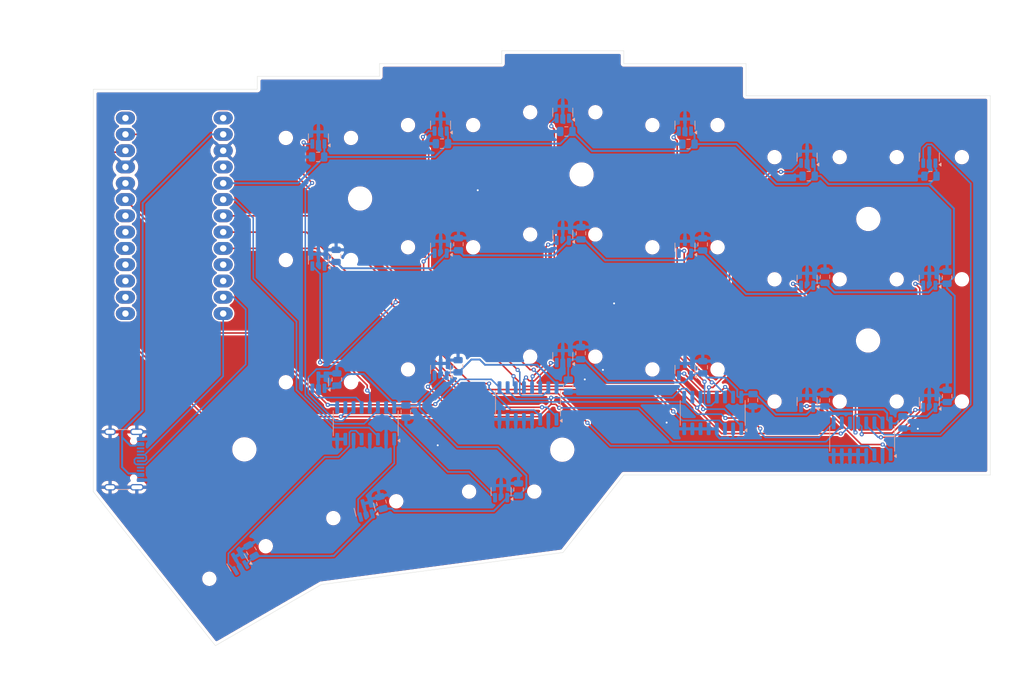
<source format=kicad_pcb>
(kicad_pcb (version 20240108) (generator "pcbnew") (generator_version "8.0")
  (layers (0 "F.Cu" signal) (31 "B.Cu" signal) (34 "B.Paste" user) (35 "F.Paste" user) (36 "B.SilkS" user "B.Silkscreen") (37 "F.SilkS" user "F.Silkscreen") (38 "B.Mask" user) (39 "F.Mask" user) (44 "Edge.Cuts" user))
  (net 0 "")
  (net 1 "GND")
  (net 2 "3V3")
  (net 3 "SCL1")
  (net 4 "SDA1")
  (net 5 "/5V")
  (net 12 "/SEL2")
  (net 15 "/ADC2")
  (net 17 "/SEL1")
  (net 18 "/ADC3")
  (net 20 "/ADC0")
  (net 21 "/ADC1")
  (net 25 "/SEL0")
  (net 28 "/MUX0_4")
  (net 29 "/MUX0_2")
  (net 30 "/MUX0_1")
  (net 31 "/MUX0_5")
  (net 32 "/MUX0_3")
  (net 33 "/MUX0_0")
  (net 34 "/MUX1_2")
  (net 35 "/MUX1_3")
  (net 36 "/MUX1_1")
  (net 37 "/MUX1_0")
  (net 38 "/MUX1_4")
  (net 39 "/MUX2_3")
  (net 40 "/MUX2_1")
  (net 41 "/MUX2_4")
  (net 42 "/MUX2_2")
  (net 43 "/MUX2_0")
  (net 44 "/MUX3_2")
  (net 45 "/MUX3_3")
  (net 46 "/MUX3_1")
  (net 47 "/MUX3_4")
  (net 48 "/MUX3_0")
  (footprint "Switches:switch_holes" (layer "F.Cu") (at 38.645 7.82 15)
    (property "Reference" "H5" (hide yes))
    (property "Value" "MountingHole")
  )
  (footprint "Switches:switch_holes" (layer "F.Cu") (at 59.99 5)
    (property "Reference" "H7" (hide yes))
    (property "Value" "MountingHole")
  )
  (footprint "Switches:switch_holes" (layer "F.Cu") (at 107.615 -28.1)
    (property "Reference" "H18" (hide yes))
    (property "Value" "MountingHole")
  )
  (footprint "Switches:switch_holes" (layer "F.Cu") (at 69.515 -54.15)
    (property "Reference" "H19" (hide yes))
    (property "Value" "MountingHole")
  )
  (footprint "" (layer "F.Cu") (at 19.865 -1.5925)
    (property "Reference" "")
    (property "Value" "")
  )
  (footprint "Switches:switch_holes" (layer "F.Cu") (at 69.515 -35.1)
    (property "Reference" "H17" (hide yes))
    (property "Value" "MountingHole")
  )
  (footprint "Switches:switch_holes" (layer "F.Cu") (at 107.615 -9.05)
    (property "Reference" "H20" (hide yes))
    (property "Value" "MountingHole")
  )
  (footprint "Switches:switch_holes" (layer "F.Cu") (at 88.565 -33.1)
    (property "Reference" "H15" (hide yes))
    (property "Value" "MountingHole")
  )
  (footprint "kb2040_fp:KB2040" (layer "F.Cu") (at 8.945 -38)
    (property "Reference" "U1" (hide yes))
    (property "Value" "~")
  )
  (footprint "Switches:switch_holes" (layer "F.Cu") (at 88.565 -52.15)
    (property "Reference" "H11" (hide yes))
    (property "Value" "MountingHole")
  )
  (footprint "" (layer "F.Cu") (at 72.445 -44.4525)
    (property "Reference" "")
    (property "Value" "")
  )
  (footprint "Switches:switch_holes" (layer "F.Cu") (at 126.665 -47.15)
    (property "Reference" "H10" (hide yes))
    (property "Value" "MountingHole")
  )
  (footprint "Switches:switch_holes" (layer "F.Cu") (at 31.415 -12.05)
    (property "Reference" "H21" (hide yes))
    (property "Value" "MountingHole")
  )
  (footprint "Switches:switch_holes" (layer "F.Cu") (at 107.615 -47.15)
    (property "Reference" "H16" (hide yes))
    (property "Value" "MountingHole")
  )
  (footprint "Switches:switch_holes" (layer "F.Cu") (at 31.415 -31.1)
    (property "Reference" "H3" (hide yes))
    (property "Value" "MountingHole")
  )
  (footprint "" (layer "F.Cu") (at 117.125 -18.5625)
    (property "Reference" "")
    (property "Value" "")
  )
  (footprint "Switches:switch_holes" (layer "F.Cu") (at 50.465 -52.15)
    (property "Reference" "H2" (hide yes))
    (property "Value" "MountingHole")
  )
  (footprint "Switches:switch_holes" (layer "F.Cu") (at 69.515 -16.05)
    (property "Reference" "H14" (hide yes))
    (property "Value" "MountingHole")
  )
  (footprint "Switches:switch_holes" (layer "F.Cu") (at 126.665 -9.05)
    (property "Reference" "H8" (hide yes))
    (property "Value" "MountingHole")
  )
  (footprint "Switches:switch_holes" (layer "F.Cu") (at 50.465 -33.1)
    (property "Reference" "H13" (hide yes))
    (property "Value" "MountingHole")
  )
  (footprint "Switches:switch_holes" (layer "F.Cu") (at 31.415 -50.15)
    (property "Reference" "H4" (hide yes))
    (property "Value" "MountingHole")
  )
  (footprint "" (layer "F.Cu") (at 117.155 -37.5125)
    (property "Reference" "")
    (property "Value" "")
  )
  (footprint "Switches:switch_holes" (layer "F.Cu") (at 18.805 16.05 30)
    (property "Reference" "H6" (hide yes))
    (property "Value" "MountingHole")
  )
  (footprint "" (layer "F.Cu") (at 37.915 -40.7025)
    (property "Reference" "")
    (property "Value" "")
  )
  (footprint "Switches:switch_holes" (layer "F.Cu") (at 126.665 -28.1)
    (property "Reference" "H9" (hide yes))
    (property "Value" "MountingHole")
  )
  (footprint "Switches:switch_holes" (layer "F.Cu") (at 50.465 -14.05)
    (property "Reference" "H12" (hide yes))
    (property "Value" "MountingHole")
  )
  (footprint "" (layer "F.Cu") (at 69.435 -1.5325)
    (property "Reference" "")
    (property "Value" "")
  )
  (footprint "Switches:switch_holes" (layer "F.Cu") (at 88.565 -14.05)
    (property "Reference" "H1" (hide yes))
    (property "Value" "MountingHole")
  )
  (footprint "Package_TO_SOT_SMD:SOT-23" (layer "B.Cu") (at 59.9025 5 90)
    (property "Reference" "U11" (hide yes))
    (property "Value" "DRV5055A3xDBZxQ1")
  )
  (footprint "Capacitor_SMD:C_0805_2012Metric" (layer "B.Cu") (at 70.07 -51.15 180)
    (property "Reference" "C36" (hide yes))
    (property "Value" "10n")
  )
  (footprint "Package_TO_SOT_SMD:SOT-23" (layer "B.Cu") (at 31.415 -12.05 90)
    (property "Reference" "U12" (hide yes))
    (property "Value" "DRV5055A3xDBZxQ1")
  )
  (footprint "Package_TO_SOT_SMD:SOT-23" (layer "B.Cu") (at 126.665 -28.1 90)
    (property "Reference" "U25" (hide yes))
    (property "Value" "DRV5055A3xDBZxQ1")
  )
  (footprint "Package_TO_SOT_SMD:SOT-23" (layer "B.Cu") (at 31.415 -31.1 90)
    (property "Reference" "U9" (hide yes))
    (property "Value" "DRV5055A3xDBZxQ1")
  )
  (footprint "Capacitor_SMD:C_0805_2012Metric" (layer "B.Cu") (at 129.43 -28.36 90)
    (property "Reference" "C37" (hide yes))
    (property "Value" "10n")
  )
  (footprint "Capacitor_SMD:C_0805_2012Metric" (layer "B.Cu") (at 91.33 -33.55 90)
    (property "Reference" "C33" (hide yes))
    (property "Value" "10n")
  )
  (footprint "Connector_USB:USB_C_Receptacle_GCT_USB4105-xx-A_16P_TopMnt_Horizontal" (layer "B.Cu") (at 0 0 90)
    (property "Reference" "J4" (hide yes))
    (property "Value" "USB_C_Receptacle_USB2.0_16P")
  )
  (footprint "Package_SO:SOIC-16_3.9x9.9mm_P1.27mm" (layer "B.Cu") (at 64.09 -8.7525 90)
    (property "Reference" "U6" (hide yes))
    (property "Value" "74HC4051")
  )
  (footprint "Capacitor_SMD:C_0805_2012Metric" (layer "B.Cu") (at 45.05 -7.48 -90)
    (property "Reference" "C18" (hide yes))
    (property "Value" "10n")
  )
  (footprint "Capacitor_SMD:C_0805_2012Metric" (layer "B.Cu") (at 53.25 -33.58 90)
    (property "Reference" "C29" (hide yes))
    (property "Value" "10n")
  )
  (footprint "Capacitor_SMD:C_0805_2012Metric" (layer "B.Cu") (at 50.67 -49.25 180)
    (property "Reference" "C28" (hide yes))
    (property "Value" "10n")
  )
  (footprint "Package_TO_SOT_SMD:SOT-23" (layer "B.Cu") (at 69.515 -16.05 90)
    (property "Reference" "U18" (hide yes))
    (property "Value" "DRV5055A3xDBZxQ1")
  )
  (footprint "Package_TO_SOT_SMD:SOT-23" (layer "B.Cu") (at 38.645 7.82 105)
    (property "Reference" "U13" (hide yes))
    (property "Value" "DRV5055A3xDBZxQ1")
  )
  (footprint "Package_TO_SOT_SMD:SOT-23" (layer "B.Cu") (at 107.615 -9.05 90)
    (property "Reference" "U29" (hide yes))
    (property "Value" "DRV5055A3xDBZxQ1")
  )
  (footprint "Capacitor_SMD:C_0805_2012Metric" (layer "B.Cu") (at 107.85 -44.19 180)
    (property "Reference" "C35" (hide yes))
    (property "Value" "10n")
  )
  (footprint "Package_SO:SOIC-16_3.9x9.9mm_P1.27mm" (layer "B.Cu") (at 38.79 -5.6525 90)
    (property "Reference" "U5" (hide yes))
    (property "Value" "74HC4051")
  )
  (footprint "Package_TO_SOT_SMD:SOT-23" (layer "B.Cu") (at 88.565 -52.15 90)
    (property "Reference" "U20" (hide yes))
    (property "Value" "DRV5055A3xDBZxQ1")
  )
  (footprint "Capacitor_SMD:C_0805_2012Metric" (layer "B.Cu") (at 31.36 -47.18 180)
    (property "Reference" "C22" (hide yes))
    (property "Value" "10n")
  )
  (footprint "Capacitor_SMD:C_0805_2012Metric" (layer "B.Cu") (at 91.34 -14.39 90)
    (property "Reference" "C34" (hide yes))
    (property "Value" "10n")
  )
  (footprint "Capacitor_SMD:C_0805_2012Metric" (layer "B.Cu") (at 34.17 -31.75 90)
    (property "Reference" "C17" (hide yes))
    (property "Value" "10n")
  )
  (footprint "Capacitor_SMD:C_0805_2012Metric" (layer "B.Cu") (at 53.19 -14.55 90)
    (property "Reference" "C31" (hide yes))
    (property "Value" "10n")
  )
  (footprint "Package_TO_SOT_SMD:SOT-23" (layer "B.Cu") (at 18.805 16.05 120)
    (property "Reference" "U14" (hide yes))
    (property "Value" "DRV5055A3xDBZxQ1")
  )
  (footprint "Package_TO_SOT_SMD:SOT-23" (layer "B.Cu") (at 88.565 -33.1 90)
    (property "Reference" "U21" (hide yes))
    (property "Value" "DRV5055A3xDBZxQ1")
  )
  (footprint "Package_TO_SOT_SMD:SOT-23" (layer "B.Cu") (at 69.515 -35.1 90)
    (property "Reference" "U15" (hide yes))
    (property "Value" "DRV5055A3xDBZxQ1")
  )
  (footprint "Package_SO:SOIC-16_3.9x9.9mm_P1.27mm" (layer "B.Cu") (at 92.895 -7.2625 90)
    (property "Reference" "U7" (hide yes))
    (property "Value" "74HC4051")
  )
  (footprint "Capacitor_SMD:C_0805_2012Metric" (layer "B.Cu") (at 62.62 4.66 90)
    (property "Reference" "C23" (hide yes))
    (property "Value" "10n")
  )
  (footprint "Capacitor_SMD:C_0805_2012Metric" (layer "B.Cu") (at 129.45 -9.91 90)
    (property "Reference" "C40" (hide yes))
    (property "Value" "10n")
  )
  (footprint "Capacitor_SMD:C_0805_2012Metric" (layer "B.Cu") (at 110.4 -28.49 90)
    (property "Reference" "C39" (hide yes))
    (property "Value" "10n")
  )
  (footprint "Capacitor_SMD:C_0805_2012Metric" (layer "B.Cu") (at 126.84 -44.18 180)
    (property "Reference" "C38" (hide yes))
    (property "Value" "10n")
  )
  (footprint "Package_SO:SOIC-16_3.9x9.9mm_P1.27mm" (layer "B.Cu") (at 116.195 -3.25 90)
    (property "Reference" "U8" (hide yes))
    (property "Value" "74HC4051")
  )
  (footprint "Capacitor_SMD:C_0805_2012Metric" (layer "B.Cu") (at 20.97 14.23 120)
    (property "Reference" "C26" (hide yes))
    (property "Value" "10n")
  )
  (footprint "Package_TO_SOT_SMD:SOT-23" (layer "B.Cu") (at 50.465 -33.1 90)
    (property "Reference" "U17" (hide yes))
    (property "Value" "DRV5055A3xDBZxQ1")
  )
  (footprint "Capacitor_SMD:C_0805_2012Metric" (layer "B.Cu") (at 70.37 -11.52 -90)
    (property "Reference" "C19" (hide yes))
    (property "Value" "10n")
  )
  (footprint "Package_TO_SOT_SMD:SOT-23" (layer "B.Cu") (at 126.665 -47.15 90)
    (property "Reference" "U26" (hide yes))
    (property "Value" "DRV5055A3xDBZxQ1")
  )
  (footprint "Capacitor_SMD:C_0805_2012Metric" (layer "B.Cu") (at 41.24 6.73 105)
    (property "Reference" "C25" (hide yes))
    (property "Value" "10n")
  )
  (footprint "Package_TO_SOT_SMD:SOT-23" (layer "B.Cu") (at 69.515 -54.15 90)
    (property "Reference" "U24" (hide yes))
    (property "Value" "DRV5055A3xDBZxQ1")
  )
  (footprint "Package_TO_SOT_SMD:SOT-23" (layer "B.Cu") (at 107.615 -47.15 90)
    (property "Reference" "U23" (hide yes))
    (property "Value" "DRV5055A3xDBZxQ1")
  )
  (footprint "Capacitor_SMD:C_0805_2012Metric" (layer "B.Cu") (at 110.37 -9.23 90)
    (property "Reference" "C41" (hide yes))
    (property "Value" "10n")
  )
  (footprint "Package_TO_SOT_SMD:SOT-23" (layer "B.Cu") (at 88.565 -14.05 90)
    (property "Reference" "U22" (hide yes))
    (property "Value" "DRV5055A3xDBZxQ1")
  )
  (footprint "Package_TO_SOT_SMD:SOT-23" (layer "B.Cu") (at 50.465 -14.05 90)
    (property "Reference" "U19" (hide yes))
    (property "Value" "DRV5055A3xDBZxQ1")
  )
  (footprint "Capacitor_SMD:C_0805_2012Metric" (layer "B.Cu") (at 122.54 -5.8 -90)
    (property "Reference" "C21" (hide yes))
    (property "Value" "10n")
  )
  (footprint "Capacitor_SMD:C_0805_2012Metric" (layer "B.Cu") (at 99.17 -9.26 -90)
    (property "Reference" "C20" (hide yes))
    (property "Value" "10n")
  )
  (footprint "Package_TO_SOT_SMD:SOT-23" (layer "B.Cu") (at 50.465 -52.15 90)
    (property "Reference" "U16" (hide yes))
    (property "Value" "DRV5055A3xDBZxQ1")
  )
  (footprint "Capacitor_SMD:C_0805_2012Metric" (layer "B.Cu") (at 34.29 -12.49 90)
    (property "Reference" "C24" (hide yes))
    (property "Value" "10n")
  )
  (footprint "Package_TO_SOT_SMD:SOT-23" (layer "B.Cu") (at 126.665 -9.05 90)
    (property "Reference" "U28" (hide yes))
    (property "Value" "DRV5055A3xDBZxQ1")
  )
  (footprint "Capacitor_SMD:C_0805_2012Metric" (layer "B.Cu") (at 89.11 -49.19 180)
    (property "Reference" "C32" (hide yes))
    (property "Value" "10n")
  )
  (footprint "Package_TO_SOT_SMD:SOT-23" (layer "B.Cu") (at 31.415 -50.15 90)
    (property "Reference" "U10" (hide yes))
    (property "Value" "DRV5055A3xDBZxQ1")
  )
  (footprint "Package_TO_SOT_SMD:SOT-23" (layer "B.Cu") (at 107.615 -28.1 90)
    (property "Reference" "U27" (hide yes))
    (property "Value" "DRV5055A3xDBZxQ1")
  )
  (footprint "Capacitor_SMD:C_0805_2012Metric" (layer "B.Cu") (at 72.36 -35.27 90)
    (property "Reference" "C27" (hide yes))
    (property "Value" "10n")
  )
  (footprint "Capacitor_SMD:C_0805_2012Metric" (layer "B.Cu") (at 72.29 -16.58 90)
    (property "Reference" "C30" (hide yes))
    (property "Value" "10n")
  )
  (gr_line (start 98.09 -56.74) (end 136.19 -56.74) (stroke (width 0.05)) (layer "Edge.Cuts"))
  (gr_line (start 59.99 -61.74) (end 59.99 -63.74) (stroke (width 0.05)) (layer "Edge.Cuts"))
  (gr_line (start 21.89 -59.74) (end 40.94 -59.74) (stroke (width 0.05)) (layer "Edge.Cuts"))
  (gr_line (start 79.04 -61.74) (end 98.09 -61.74) (stroke (width 0.05)) (layer "Edge.Cuts"))
  (gr_line (start 59.99 -63.74) (end 79.04 -63.74) (stroke (width 0.05)) (layer "Edge.Cuts"))
  (gr_line (start -3.685 5.01) (end -3.675 -57.74) (stroke (width 0.05)) (layer "Edge.Cuts"))
  (gr_line (start 136.19 -56.74) (end 136.19 2.41) (stroke (width 0.05)) (layer "Edge.Cuts"))
  (gr_line (start 79.04 2.41) (end 69.545 14.5) (stroke (width 0.05)) (layer "Edge.Cuts"))
  (gr_line (start 69.545 14.5) (end 31.845 19.5) (stroke (width 0.05)) (layer "Edge.Cuts"))
  (gr_line (start 15.347216 29.025) (end -3.685 5.01) (stroke (width 0.05)) (layer "Edge.Cuts"))
  (gr_line (start 98.09 -61.74) (end 98.09 -56.74) (stroke (width 0.05)) (layer "Edge.Cuts"))
  (gr_line (start 79.04 -63.74) (end 79.04 -61.74) (stroke (width 0.05)) (layer "Edge.Cuts"))
  (gr_line (start 136.19 2.41) (end 79.04 2.41) (stroke (width 0.05)) (layer "Edge.Cuts"))
  (gr_line (start 40.94 -61.74) (end 59.99 -61.74) (stroke (width 0.05)) (layer "Edge.Cuts"))
  (gr_line (start 21.89 -57.74) (end 21.89 -59.74) (stroke (width 0.05)) (layer "Edge.Cuts"))
  (gr_line (start -3.675 -57.74) (end 21.89 -57.74) (stroke (width 0.05)) (layer "Edge.Cuts"))
  (gr_line (start 40.94 -59.74) (end 40.94 -61.74) (stroke (width 0.05)) (layer "Edge.Cuts"))
  (gr_line (start 31.845 19.5) (end 15.347216 29.025) (stroke (width 0.05)) (layer "Edge.Cuts"))
  (segment (start 75.775 -13.9825) (end 74.435 -13.9825) (width 0.3) (layer "F.Cu") (net 1))
  (segment (start 74.435 -13.9825) (end 72.945 -12.4925) (width 0.3) (layer "F.Cu") (net 1))
  (via (at 85.705 -5.7625) (size 0.65) (drill 0.3) (layers "F.Cu" "B.Cu") (net 1))
  (via (at 77.515 -24.3425) (size 0.65) (drill 0.3) (layers "F.Cu" "B.Cu") (net 1))
  (via (at 75.775 -13.9825) (size 0.65) (drill 0.3) (layers "F.Cu" "B.Cu") (net 1))
  (via (at 50.015 -2.2225) (size 0.65) (drill 0.3) (layers "F.Cu" "B.Cu") (net 1))
  (via (at 124.875 -4.8025) (size 0.65) (drill 0.3) (layers "F.Cu" "B.Cu") (net 1))
  (via (at 56.255 -41.9925) (size 0.65) (drill 0.3) (layers "F.Cu" "B.Cu") (net 1))
  (via (at 72.945 -12.4925) (size 0.65) (drill 0.3) (layers "F.Cu" "B.Cu") (net 1))
  (segment (start 125.89 -44.18) (end 126.665 -44.955) (width 0.3) (layer "B.Cu") (net 1))
  (segment (start 93.965 -3.3025) (end 95.805 -3.3025) (width 0.3) (layer "B.Cu") (net 1))
  (segment (start 93.53 -3.7375) (end 93.965 -3.3025) (width 0.3) (layer "B.Cu") (net 1))
  (segment (start 95.805 -3.3025) (end 96.07 -3.5675) (width 0.3) (layer "B.Cu") (net 1))
  (segment (start 97.541262 -3.3025) (end 99.17 -4.931238) (width 0.3) (layer "B.Cu") (net 1))
  (segment (start 126.665 -44.955) (end 126.665 -48.0875) (width 0.3) (layer "B.Cu") (net 1))
  (segment (start 93.53 -4.7875) (end 93.53 -3.7375) (width 0.3) (layer "B.Cu") (net 1))
  (segment (start 99.17 -4.931238) (end 99.17 -8.31) (width 0.3) (layer "B.Cu") (net 1))
  (segment (start 96.07 -3.5675) (end 96.07 -4.7875) (width 0.3) (layer "B.Cu") (net 1))
  (segment (start 95.805 -3.3025) (end 97.541262 -3.3025) (width 0.3) (layer "B.Cu") (net 1))
  (segment (start 96.5775 -49.19) (end 102.8075 -42.96) (width 0.3) (layer "B.Cu") (net 2))
  (segment (start 97.775 -10.1725) (end 97.34 -9.7375) (width 0.3) (layer "B.Cu") (net 2))
  (segment (start 35.1455 -29.8245) (end 34.1875 -30.7825) (width 0.3) (layer "B.Cu") (net 2))
  (segment (start 35.22 -12.47) (end 33.8625 -11.1125) (width 0.3) (layer "B.Cu") (net 2))
  (segment (start 91.33 -32.6) (end 89.9525 -32.6) (width 0.3) (layer "B.Cu") (net 2))
  (segment (start 120.09 -7.2495) (end 119.565 -7.7745) (width 0.3) (layer "B.Cu") (net 2))
  (segment (start 88.427 -31.0745) (end 76.1255 -31.0745) (width 0.3) (layer "B.Cu") (net 2))
  (segment (start 109.71 -44.19) (end 110.95 -42.95) (width 0.3) (layer "B.Cu") (net 2))
  (segment (start 47.26 -8.9575) (end 47.2 -8.8975) (width 0.3) (layer "B.Cu") (net 2))
  (segment (start 68.8275 -11.52) (end 68.535 -11.2275) (width 0.3) (layer "B.Cu") (net 2))
  (segment (start 40.637319 7.64763) (end 42.891212 7.64763) (width 0.3) (layer "B.Cu") (net 2))
  (segment (start 89.8925 -13.1125) (end 89.515 -13.1125) (width 0.3) (layer "B.Cu") (net 2))
  (segment (start 127.79 -44.06) (end 127.79 -44.18) (width 0.3) (layer "B.Cu") (net 2))
  (segment (start 120.09 -6.275) (end 120.09 -7.2495) (width 0.3) (layer "B.Cu") (net 2))
  (segment (start 34.1875 -30.7825) (end 32.985 -30.7825) (width 0.3) (layer "B.Cu") (net 2))
  (segment (start 129.43 -27.41) (end 129.43 -26.72) (width 0.3) (layer "B.Cu") (net 2))
  (segment (start 121.4225 -5.6325) (end 120.733 -5.6325) (width 0.3) (layer "B.Cu") (net 2))
  (segment (start 90.22 -13.44) (end 89.8925 -13.1125) (width 0.3) (layer "B.Cu") (net 2))
  (segment (start 39.8053 9.0247) (end 33.8099 15.0201) (width 0.3) (layer "B.Cu") (net 2))
  (segment (start 130.63 -9.7675) (end 129.92625 -9.06375) (width 0.3) (layer "B.Cu") (net 2))
  (segment (start 21.445 15.052724) (end 21.430649 15.052724) (width 0.3) (layer "B.Cu") (net 2))
  (segment (start 51.62 -49.25) (end 51.62 -51.0075) (width 0.3) (layer "B.Cu") (net 2))
  (segment (start 46.695 -8.3925) (end 44.935 -8.3925) (width 0.3) (layer "B.Cu") (net 2))
  (segment (start 99.5875 -10.1725) (end 97.775 -10.1725) (width 0.3) (layer "B.Cu") (net 2))
  (segment (start 130.63 -25.52) (end 130.63 -9.7675) (width 0.3) (layer "B.Cu") (net 2))
  (segment (start 51.62 -49.25) (end 51.62 -49.3775) (width 0.3) (layer "B.Cu") (net 2))
  (segment (start 35.22 -12.578122) (end 35.22 -12.47) (width 0.3) (layer "B.Cu") (net 2))
  (segment (start 39.8053 8.6812) (end 39.8053 9.0247) (width 0.3) (layer "B.Cu") (net 2))
  (segment (start 47.2 -8.8975) (end 47.2 -7.8575) (width 0.3) (layer "B.Cu") (net 2))
  (segment (start 96.72 -9.9) (end 96.72 -10.9) (width 0.3) (layer "B.Cu") (net 2))
  (segment (start 70.9825 -15.63) (end 70.465 -15.1125) (width 0.3) (layer "B.Cu") (net 2))
  (segment (start 47.26 -8.9575) (end 46.695 -8.3925) (width 0.3) (layer "B.Cu") (net 2))
  (segment (start 71.02 -51.15) (end 74.055 -48.115) (width 0.3) (layer "B.Cu") (net 2))
  (segment (start 130.505 -39.135) (end 130.505 -28.485) (width 0.3) (layer "B.Cu") (net 2))
  (segment (start 102.7355 -7.0245) (end 99.5875 -10.1725) (width 0.3) (layer "B.Cu") (net 2))
  (segment (start 32.335 -47.6325) (end 32.335 -49.1825) (width 0.3) (layer "B.Cu") (net 2))
  (segment (start 62.6 5.63) (end 61.16 5.63) (width 0.3) (layer "B.Cu") (net 2))
  (segment (start 33.4664 15.0201) (end 33.433776 15.052724) (width 0.3) (layer "B.Cu") (net 2))
  (segment (start 54.0555 -31.8245) (end 53.3175 -32.5625) (width 0.3) (layer "B.Cu") (net 2))
  (segment (start 69.13 -49.25) (end 71.02 -51.14) (width 0.3) (layer "B.Cu") (net 2))
  (segment (start 71.02 -51.14) (end 71.02 -51.15) (width 0.3) (layer "B.Cu") (net 2))
  (segment (start 51.815 -32.5625) (end 51.415 -32.1625) (width 0.3) (layer "B.Cu") (net 2))
  (segment (start 76.1255 -31.0745) (end 72.88 -34.32) (width 0.3) (layer "B.Cu") (net 2))
  (segment (start 120.64 -5.725) (end 120.09 -6.275) (width 0.3) (layer "B.Cu") (net 2))
  (segment (start 110.4 -27.54) (end 108.9425 -27.54) (width 0.3) (layer "B.Cu") (net 2))
  (segment (start 130.24 -9.3775) (end 129.92625 -9.06375) (width 0.3) (layer "B.Cu") (net 2))
  (segment (start 127.8625 -27.41) (end 127.615 -27.1625) (width 0.3) (layer "B.Cu") (net 2))
  (segment (start 108.8 -44.19) (end 109.71 -44.19) (width 0.3) (layer "B.Cu") (net 2))
  (segment (start 112.0745 -26.0745) (end 112.07 -26.07) (width 0.3) (layer "B.Cu") (net 2))
  (segment (start 35.966378 -13.3245) (end 35.22 -12.578122) (width 0.3) (layer "B.Cu") (net 2))
  (segment (start 130.505 -28.485) (end 129.43 -27.41) (width 0.3) (layer "B.Cu") (net 2))
  (segment (start 108.8 -44.19) (end 108.8 -45.9775) (width 0.3) (layer "B.Cu") (net 2))
  (segment (start 51.62 -51.0075) (end 51.415 -51.2125) (width 0.3) (layer "B.Cu") (net 2))
  (segment (start 88.427 -12.0245) (end 76.4755 -12.0245) (width 0.3) (layer "B.Cu") (net 2))
  (segment (start 63.84 4.39) (end 62.6 5.63) (width 0.3) (layer "B.Cu") (net 2))
  (segment (start 33.8625 -11.1125) (end 32.365 -11.1125) (width 0.3) (layer "B.Cu") (net 2))
  (segment (start 32.985 -30.7825) (end 32.365 -30.1625) (width 0.3) (layer "B.Cu") (net 2))
  (segment (start 108.565 -27.1625) (end 107.2225 -25.82) (width 0.3) (layer "B.Cu") (net 2))
  (segment (start 98.08 -25.82) (end 91.33 -32.57) (width 0.3) (layer "B.Cu") (net 2))
  (segment (start 112.07 -26.07) (end 111.87 -26.07) (width 0.3) (layer "B.Cu") (net 2))
  (segment (start 43.5 -8.3925) (end 43.235 -8.1275) (width 0.3) (layer "B.Cu") (net 2))
  (segment (start 53.3175 -32.5625) (end 51.815 -32.5625) (width 0.3) (layer "B.Cu") (net 2))
  (segment (start 70.37 -12.28) (end 69.61 -11.52) (width 0.3) (layer "B.Cu") (net 2))
  (segment (start 49.077 -29.8245) (end 35.1455 -29.8245) (width 0.3) (layer "B.Cu") (net 2))
  (segment (start 16.5655 -43.0805) (end 28.2105 -43.0805) (width 0.3) (layer "B.Cu") (net 2))
  (segment (start 108.565 -8.1125) (end 107.477 -7.0245) (width 0.3) (layer "B.Cu") (net 2))
  (segment (start 90.06 -49.19) (end 96.5775 -49.19) (width 0.3) (layer "B.Cu") (net 2))
  (segment (start 108.8 -45.9775) (end 108.565 -46.2125) (width 0.3) (layer "B.Cu") (net 2))
  (segment (start 53.27 -13.6) (end 53.19 -13.6) (width 0.3) (layer "B.Cu") (net 2))
  (segment (start 122.54 -6.75) (end 121.4225 -5.6325) (width 0.3) (layer "B.Cu") (net 2))
  (segment (start 91.34 -13.44) (end 90.22 -13.44) (width 0.3) (layer "B.Cu") (net 2))
  (segment (start 21.2419 15.0201) (end 21.2419 15.2415) (width 0.3) (layer "B.Cu") (net 2))
  (segment (start 70.37 -14.9275) (end 70.37 -12.28) (width 0.3) (layer "B.Cu") (net 2))
  (segment (start 107.57 -42.96) (end 108.8 -44.19) (width 0.3) (layer "B.Cu") (net 2))
  (segment (start 42.891212 7.64763) (end 43.273582 8.03) (width 0.3) (layer "B.Cu") (net 2))
  (segment (start 102.8075 -42.96) (end 107.57 -42.96) (width 0.3) (layer "B.Cu") (net 2))
  (segment (start 70.465 -15.0225) (end 70.37 -14.9275) (width 0.3) (layer "B.Cu") (net 2))
  (segment (start 111.21 -8.28) (end 108.7325 -8.28) (width 0.3) (layer "B.Cu") (net 2))
  (segment (start 57.383 -14.7745) (end 56.565 -15.5925) (width 0.3) (layer "B.Cu") (net 2))
  (segment (start 126.2525 -6.75) (end 122.54 -6.75) (width 0.3) (layer "B.Cu") (net 2))
  (segment (start 127.615 -45.285) (end 127.615 -46.2125) (width 0.3) (layer "B.Cu") (net 2))
  (segment (start 61.16 5.63) (end 60.8525 5.9375) (width 0.3) (layer "B.Cu") (net 2))
  (segment (start 53.115 -1.9425) (end 59.3875 -1.9425) (width 0.3) (layer "B.Cu") (net 2))
  (segment (start 43.235 -8.543762) (end 38.454262 -13.3245) (width 0.3) (layer "B.Cu") (net 2))
  (segment (start 129.675 -39.955) (end 129.685 -39.955) (width 0.3) (layer "B.Cu") (net 2))
  (segment (start 51.62 -50.9875) (end 51.405 -51.2025) (width 0.3) (layer "B.Cu") (net 2))
  (segment (start 65.523 -14.7745) (end 57.383 -14.7745) (width 0.3) (layer "B.Cu") (net 2))
  (segment (start 71.01 -52.6075) (end 70.435 -53.1825) (width 0.3) (layer "B.Cu") (net 2))
  (segment (start 127.79 -44.18) (end 127.79 -45.11) (width 0.3) (layer "B.Cu") (net 2))
  (segment (start 53.19 -13.6) (end 51.9025 -13.6) (width 0.3) (layer "B.Cu") (net 2))
  (segment (start 94.845 -12.775) (end 92.005 -12.775) (width 0.3) (layer "B.Cu") (net 2))
  (segment (start 47.26 -8.9575) (end 51.415 -13.1125) (width 0.3) (layer "B.Cu") (net 2))
  (segment (start 51.9025 -13.6) (end 51.415 -13.1125) (width 0.3) (layer "B.Cu") (net 2))
  (segment (start 110.95 -42.95) (end 126.68 -42.95) (width 0.3) (layer "B.Cu") (net 2))
  (segment (start 91.33 -32.2975) (end 91.33 -32.6) (width 0.3) (layer "B.Cu") (net 2))
  (segment (start 91.33 -32.57) (end 91.33 -32.6) (width 0.3) (layer "B.Cu") (net 2))
  (segment (start 88.985 -48.115) (end 90.06 -49.19) (width 0.3) (layer "B.Cu") (net 2))
  (segment (start 51.62 -49.3775) (end 51.405 -49.5925) (width 0.3) (layer "B.Cu") (net 2))
  (segment (start 129.92625 -9.06375) (end 129.8225 -8.96) (width 0.3) (layer "B.Cu") (net 2))
  (segment (start 58.76 8.03) (end 60.8525 5.9375) (width 0.3) (layer "B.Cu") (net 2))
  (segment (start 70.465 -34.1625) (end 68.127 -31.8245) (width 0.3) (layer "B.Cu") (net 2))
  (segment (start 111.87 -26.07) (end 110.4 -27.54) (width 0.3) (layer "B.Cu") (net 2))
  (segment (start 72.88 -34.32) (end 70.6225 -34.32) (width 0.3) (layer "B.Cu") (net 2))
  (segment (start 107.477 -7.0245) (end 102.7355 -7.0245) (width 0.3) (layer "B.Cu") (net 2))
  (segment (start 126.68 -42.95) (end 129.675 -39.955) (width 0.3) (layer "B.Cu") (net 2))
  (segment (start 89.515 -13.1125) (end 88.427 -12.0245) (width 0.3) (layer "B.Cu") (net 2))
  (segment (start 47.2 -7.8575) (end 53.115 -1.9425) (width 0.3) (layer "B.Cu") (net 2))
  (segment (start 74.055 -48.115) (end 88.985 -48.115) (width 0.3) (layer "B.Cu") (net 2))
  (segment (start 49.55 -47.18) (end 51.62 -49.25) (width 0.3) (layer "B.Cu") (net 2))
  (segment (start 108.7325 -8.28) (end 108.565 -8.1125) (width 0.3) (layer "B.Cu") (net 2))
  (segment (start 39.805272 8.479677) (end 40.637319 7.64763) (width 0.3) (layer "B.Cu") (net 2))
  (segment (start 38.454262 -13.3245) (end 35.966378 -13.3245) (width 0.3) (layer "B.Cu") (net 2))
  (segment (start 127.79 -45.11) (end 127.615 -45.285) (width 0.3) (layer "B.Cu") (net 2))
  (segment (start 63.84 2.51) (end 63.84 4.39) (width 0.3) (layer "B.Cu") (net 2))
  (segment (start 71.02 -52.1975) (end 71.01 -52.2075) (width 0.3) (layer "B.Cu") (net 2))
  (segment (start 119.565 -7.7745) (end 111.7155 -7.7745) (width 0.3) (layer "B.Cu") (net 2))
  (segment (start 72.87 -15.63) (end 70.9825 -15.63) (width 0.3) (layer "B.Cu") (net 2))
  (segment (start 68.535 -11.7625) (end 65.523 -14.7745) (width 0.3) (layer "B.Cu") (net 2))
  (segment (start 71.02 -51.15) (end 71.02 -52.1975) (width 0.3) (layer "B.Cu") (net 2))
  (segment (start 127.615 -8.1125) (end 126.2525 -6.75) (width 0.3) (layer "B.Cu") (net 2))
  (segment (start 96.8825 -9.7375) (end 96.72 -9.9) (width 0.3) (layer "B.Cu") (net 2))
  (segment (start 28.2105 -43.0805) (end 32.31 -47.18) (width 0.3) (layer "B.Cu") (net 2))
  (segment (start 56.565 -15.5925) (end 55.2625 -15.5925) (width 0.3) (layer "B.Cu") (net 2))
  (segment (start 51.62 -49.25) (end 69.13 -49.25) (width 0.3) (layer "B.Cu") (net 2))
  (segment (start 89.9525 -32.6) (end 89.515 -32.1625) (width 0.3) (layer "B.Cu") (net 2))
  (segment (start 129.43 -27.41) (end 127.8625 -27.41) (width 0.3) (layer "B.Cu") (net 2))
  (segment (start 126.68 -42.95) (end 127.79 -44.06) (width 0.3) (layer "B.Cu") (net 2))
  (segment (start 51.415 -32.1625) (end 49.077 -29.8245) (width 0.3) (layer "B.Cu") (net 2))
  (segment (start 127.615 -27.1625) (end 126.527 -26.0745) (width 0.3) (layer "B.Cu") (net 2))
  (segment (start 68.127 -31.8245) (end 54.0555 -31.8245) (width 0.3) (layer "B.Cu") (net 2))
  (segment (start 108.9425 -27.54) (end 108.565 -27.1625) (width 0.3) (layer "B.Cu") (net 2))
  (segment (start 111.7155 -7.7745) (end 111.21 -8.28) (width 0.3) (layer "B.Cu") (net 2))
  (segment (start 43.273582 8.03) (end 58.76 8.03) (width 0.3) (layer "B.Cu") (net 2))
  (segment (start 39.8053 7.8847) (end 39.8053 8.4797) (width 0.3) (layer "B.Cu") (net 2))
  (segment (start 76.4755 -12.0245) (end 72.87 -15.63) (width 0.3) (layer "B.Cu") (net 2))
  (segment (start 129.43 -26.72) (end 130.63 -25.52) (width 0.3) (layer "B.Cu") (net 2))
  (segment (start 70.6225 -34.32) (end 70.465 -34.1625) (width 0.3) (layer "B.Cu") (net 2))
  (segment (start 107.2225 -25.82) (end 98.08 -25.82) (width 0.3) (layer "B.Cu") (net 2))
  (segment (start 44.935 -8.3925) (end 43.5 -8.3925) (width 0.3) (layer "B.Cu") (net 2))
  (segment (start 92.005 -12.775) (end 91.34 -13.44) (width 0.3) (layer "B.Cu") (net 2))
  (segment (start 96.72 -10.9) (end 94.845 -12.775) (width 0.3) (layer "B.Cu") (net 2))
  (segment (start 32.31 -47.18) (end 49.55 -47.18) (width 0.3) (layer "B.Cu") (net 2))
  (segment (start 89.515 -32.1625) (end 88.427 -31.0745) (width 0.3) (layer "B.Cu") (net 2))
  (segment (start 90.06 -49.19) (end 90.06 -50.6675) (width 0.3) (layer "B.Cu") (net 2))
  (segment (start 126.527 -26.0745) (end 112.0745 -26.0745) (width 0.3) (layer "B.Cu") (net 2))
  (segment (start 90.06 -50.6675) (end 89.515 -51.2125) (width 0.3) (layer "B.Cu") (net 2))
  (segment (start 59.3875 -1.9425) (end 63.84 2.51) (width 0.3) (layer "B.Cu") (net 2))
  (segment (start 69.61 -11.52) (end 68.8275 -11.52) (width 0.3) (layer "B.Cu") (net 2))
  (segment (start 97.34 -9.7375) (end 96.8825 -9.7375) (width 0.3) (layer "B.Cu") (net 2))
  (segment (start 55.2625 -15.5925) (end 53.27 -13.6) (width 0.3) (layer "B.Cu") (net 2))
  (segment (start 43.235 -8.1275) (end 43.235 -8.543762) (width 0.3) (layer "B.Cu") (net 2))
  (segment (start 33.8099 15.0201) (end 33.4664 15.0201) (width 0.3) (layer "B.Cu") (net 2))
  (segment (start 129.685 -39.955) (end 130.505 -39.135) (width 0.3) (layer "B.Cu") (net 2))
  (segment (start 21.430649 15.052724) (end 20.096474 16.386899) (width 0.3) (layer "B.Cu") (net 2))
  (segment (start 32.335 -47.3225) (end 32.335 -47.6325) (width 0.3) (layer "B.Cu") (net 2))
  (segment (start 71.01 -52.2075) (end 71.01 -52.6075) (width 0.3) (layer "B.Cu") (net 2))
  (segment (start 129.8225 -8.96) (end 128.4625 -8.96) (width 0.3) (layer "B.Cu") (net 2))
  (segment (start 33.433776 15.052724) (end 21.445 15.052724) (width 0.3) (layer "B.Cu") (net 2))
  (segment (start 128.4625 -8.96) (end 127.615 -8.1125) (width 0.3) (layer "B.Cu") (net 2))
  (segment (start 16.6575 -25.3925) (end 18.085 -25.3925) (width 0.25) (layer "B.Cu") (net 3))
  (segment (start 3.68 0.75) (end 4.4756 0.75) (width 0.25) (layer "B.Cu") (net 3))
  (segment (start 3.68 -0.25) (end 2.9701 -0.25) (width 0.25) (layer "B.Cu") (net 3))
  (segment (start 2.7235 -0.0034) (end 2.7235 0.5039) (width 0.25) (layer "B.Cu") (net 3))
  (segment (start 18.085 -25.3925) (end 20.075 -23.4025) (width 0.25) (layer "B.Cu") (net 3))
  (segment (start 2.7235 0.5039) (end 2.9696 0.75) (width 0.25) (layer "B.Cu") (net 3))
  (segment (start 2.9696 0.75) (end 3.68 0.75) (width 0.25) (layer "B.Cu") (net 3))
  (segment (start 20.075 -14.8494) (end 20.075 -23.4025) (width 0.25) (layer "B.Cu") (net 3))
  (segment (start 4.4756 0.75) (end 20.075 -14.8494) (width 0.25) (layer "B.Cu") (net 3))
  (segment (start 2.9701 -0.25) (end 2.7235 -0.0034) (width 0.25) (layer "B.Cu") (net 3))
  (segment (start 4.3291 0.25) (end 3.68 0.25) (width 0.25) (layer "B.Cu") (net 4))
  (segment (start 3.68 -0.75) (end 4.3286 -0.75) (width 0.25) (layer "B.Cu") (net 4))
  (segment (start 16.565 -12.9864) (end 16.565 -22.76) (width 0.25) (layer "B.Cu") (net 4))
  (segment (start 4.5862 -0.0071) (end 4.3291 0.25) (width 0.25) (layer "B.Cu") (net 4))
  (segment (start 4.5862 -0.4924) (end 4.5862 -0.0071) (width 0.25) (layer "B.Cu") (net 4))
  (segment (start 4.3286 -0.75) (end 16.565 -12.9864) (width 0.25) (layer "B.Cu") (net 4))
  (segment (start 4.3286 -0.75) (end 4.5862 -0.4924) (width 0.25) (layer "B.Cu") (net 4))
  (segment (start 0.805 -3.4625) (end 0.805 -4.4225) (width 0.3) (layer "B.Cu") (net 5))
  (segment (start 2.1025 -2.165) (end 2.91688 -2.165) (width 0.3) (layer "B.Cu") (net 5))
  (segment (start 14.7133 -50.7) (end 16.565 -50.7) (width 0.3) (layer "B.Cu") (net 5))
  (segment (start 4.0076 -7.6251) (end 4.0076 -39.9943) (width 0.3) (layer "B.Cu") (net 5))
  (segment (start 2.91688 -2.165) (end 3.15188 -2.4) (width 0.3) (layer "B.Cu") (net 5))
  (segment (start 0.805 1.1675) (end 1.8025 2.165) (width 0.3) (layer "B.Cu") (net 5))
  (segment (start 2.905305 2.165) (end 3.140305 2.4) (width 0.3) (layer "B.Cu") (net 5))
  (segment (start 4.0076 -39.9943) (end 14.7133 -50.7) (width 0.3) (layer "B.Cu") (net 5))
  (segment (start 3.140305 2.4) (end 3.68 2.4) (width 0.3) (layer "B.Cu") (net 5))
  (segment (start 3.15188 -2.4) (end 3.68 -2.4) (width 0.3) (layer "B.Cu") (net 5))
  (segment (start 0.805 -3.4625) (end 0.805 1.1675) (width 0.3) (layer "B.Cu") (net 5))
  (segment (start 0.805 -3.4625) (end 2.1025 -2.165) (width 0.3) (layer "B.Cu") (net 5))
  (segment (start 1.8025 2.165) (end 2.905305 2.165) (width 0.3) (layer "B.Cu") (net 5))
  (segment (start 0.805 -4.4225) (end 4.0076 -7.6251) (width 0.3) (layer "B.Cu") (net 5))
  (segment (start 21.6654 -19.7318) (end 32.8723 -8.5249) (width 0.25) (layer "F.Cu") (net 12))
  (segment (start 98.665 -6.4725) (end 100.315 -4.8225) (width 0.25) (layer "F.Cu") (net 12))
  (segment (start 49.517 -8.5249) (end 49.6357 -8.6436) (width 0.25) (layer "F.Cu") (net 12))
  (segment (start 15.6757 -19.7318) (end 21.6654 -19.7318) (width 0.25) (layer "F.Cu") (net 12))
  (segment (start 7.395 -28.0125) (end 15.6757 -19.7318) (width 0.25) (layer "F.Cu") (net 12))
  (segment (start 7.395 -34.4525) (end 7.395 -28.0125) (width 0.25) (layer "F.Cu") (net 12))
  (segment (start 32.8723 -8.5249) (end 49.517 -8.5249) (width 0.25) (layer "F.Cu") (net 12))
  (segment (start 1.325 -40.5225) (end 7.395 -34.4525) (width 0.25) (layer "F.Cu") (net 12))
  (segment (start 94.875 -6.4725) (end 98.665 -6.4725) (width 0.25) (layer "F.Cu") (net 12))
  (via (at 94.875 -6.4725) (size 0.65) (drill 0.3) (layers "F.Cu" "B.Cu") (net 12))
  (via (at 100.315 -4.8225) (size 0.65) (drill 0.3) (layers "F.Cu" "B.Cu") (net 12))
  (via (at 32.8723 -8.5249) (size 0.65) (drill 0.3) (layers "F.Cu" "B.Cu") (net 12))
  (via (at 49.6357 -8.6436) (size 0.65) (drill 0.3) (layers "F.Cu" "B.Cu") (net 12))
  (segment (start 53.4909 -12.4988) (end 58.3737 -12.4988) (width 0.25) (layer "B.Cu") (net 12))
  (segment (start 88.2521 -8.9882) (end 88.4006 -9.1367) (width 0.25) (layer "B.Cu") (net 12))
  (segment (start 59.645 -10.7678) (end 61.4246 -8.9882) (width 0.25) (layer "B.Cu") (net 12))
  (segment (start 100.315 -4.2247) (end 101.085 -3.4547) (width 0.25) (layer "B.Cu") (net 12))
  (segment (start 49.6357 -8.6436) (end 53.4909 -12.4988) (width 0.25) (layer "B.Cu") (net 12))
  (segment (start 94.2468 -7.0723) (end 90.4649 -7.0723) (width 0.25) (layer "B.Cu") (net 12))
  (segment (start 32.8723 -8.5249) (end 33.9476 -8.5249) (width 0.25) (layer "B.Cu") (net 12))
  (segment (start 109.4797 -3.4547) (end 101.085 -3.4547) (width 0.25) (layer "B.Cu") (net 12))
  (segment (start 33.9476 -8.5249) (end 34.345 -8.1275) (width 0.25) (layer "B.Cu") (net 12))
  (segment (start 61.4246 -8.9882) (end 88.2521 -8.9882) (width 0.25) (layer "B.Cu") (net 12))
  (segment (start 111.75 -5.725) (end 109.4797 -3.4547) (width 0.25) (layer "B.Cu") (net 12))
  (segment (start 94.8466 -6.4725) (end 94.2468 -7.0723) (width 0.25) (layer "B.Cu") (net 12))
  (segment (start 90.4649 -7.0723) (end 88.4006 -9.1367) (width 0.25) (layer "B.Cu") (net 12))
  (segment (start 94.875 -6.4725) (end 94.8466 -6.4725) (width 0.25) (layer "B.Cu") (net 12))
  (segment (start 58.3737 -12.4988) (end 59.645 -11.2275) (width 0.25) (layer "B.Cu") (net 12))
  (segment (start 100.315 -4.8225) (end 100.315 -4.2247) (width 0.25) (layer "B.Cu") (net 12))
  (segment (start 54.0999 -10.909) (end 29.5489 -35.46) (width 0.25) (layer "F.Cu") (net 15))
  (segment (start 86.7415 -7.5008) (end 83.3333 -10.909) (width 0.25) (layer "F.Cu") (net 15))
  (segment (start 83.3333 -10.909) (end 54.0999 -10.909) (width 0.25) (layer "F.Cu") (net 15))
  (segment (start 29.5489 -35.46) (end 16.565 -35.46) (width 0.25) (layer "F.Cu") (net 15))
  (via (at 86.7415 -7.5008) (size 0.65) (drill 0.3) (layers "F.Cu" "B.Cu") (net 15))
  (segment (start 88.1525 -6.0898) (end 86.7415 -7.5008) (width 0.25) (layer "B.Cu") (net 15))
  (segment (start 93.9291 -6.0898) (end 88.1525 -6.0898) (width 0.25) (layer "B.Cu") (net 15))
  (segment (start 94.8 -5.2189) (end 93.9291 -6.0898) (width 0.25) (layer "B.Cu") (net 15))
  (segment (start 68.3939 -8.6248) (end 68.9605 -8.0582) (width 0.25) (layer "F.Cu") (net 17))
  (segment (start 1.0875 -47.9225) (end -1.195 -47.9225) (width 0.25) (layer "F.Cu") (net 17))
  (segment (start -2.265 -46.8325) (end -2.265 -22.6625) (width 0.25) (layer "F.Cu") (net 17))
  (segment (start 65.7528 -6.6878) (end 34.9019 -6.6878) (width 0.25) (layer "F.Cu") (net 17))
  (segment (start -1.195 -47.9225) (end -1.88 -47.2375) (width 0.25) (layer "F.Cu") (net 17))
  (segment (start 67.6898 -8.6248) (end 65.7528 -6.6878) (width 0.25) (layer "F.Cu") (net 17))
  (segment (start -1.88 -47.2375) (end -1.98 -47.1375) (width 0.25) (layer "F.Cu") (net 17))
  (segment (start 67.6898 -9.6399) (end 67.6898 -8.6248) (width 0.25) (layer "F.Cu") (net 17))
  (segment (start 13.7097 -6.6878) (end 34.9019 -6.6878) (width 0.25) (layer "F.Cu") (net 17))
  (segment (start -1.88 -47.2375) (end -2.095 -47.0225) (width 0.25) (layer "F.Cu") (net 17))
  (segment (start -1.98 -47.1175) (end -2.265 -46.8325) (width 0.25) (layer "F.Cu") (net 17))
  (segment (start 67.6898 -8.6248) (end 68.3939 -8.6248) (width 0.25) (layer "F.Cu") (net 17))
  (segment (start -1.98 -47.1375) (end -1.98 -47.1175) (width 0.25) (layer "F.Cu") (net 17))
  (segment (start -2.265 -22.6625) (end 13.7097 -6.6878) (width 0.25) (layer "F.Cu") (net 17))
  (via (at 34.9019 -6.6878) (size 0.65) (drill 0.3) (layers "F.Cu" "B.Cu") (net 17))
  (via (at 67.6898 -9.6399) (size 0.65) (drill 0.3) (layers "F.Cu" "B.Cu") (net 17))
  (via (at 68.9605 -8.0582) (size 0.65) (drill 0.3) (layers "F.Cu" "B.Cu") (net 17))
  (segment (start 88.81 -11.0433) (end 89.72 -10.1333) (width 0.25) (layer "B.Cu") (net 17))
  (segment (start 35.615 -7.4009) (end 34.9019 -6.6878) (width 0.25) (layer "B.Cu") (net 17))
  (segment (start 60.915 -10.7472) (end 62.2111 -9.4511) (width 0.25) (layer "B.Cu") (net 17))
  (segment (start 67.6898 -9.6399) (end 86.6596 -9.6399) (width 0.25) (layer "B.Cu") (net 17))
  (segment (start 62.2111 -9.4511) (end 67.501 -9.4511) (width 0.25) (layer "B.Cu") (net 17))
  (segment (start 110.5489 -2.7725) (end 113.02 -5.2436) (width 0.25) (layer "B.Cu") (net 17))
  (segment (start 68.9605 -8.0582) (end 81.391 -8.0582) (width 0.25) (layer "B.Cu") (net 17))
  (segment (start 81.391 -8.0582) (end 86.6767 -2.7725) (width 0.25) (layer "B.Cu") (net 17))
  (segment (start 67.501 -9.4511) (end 67.6898 -9.6399) (width 0.25) (layer "B.Cu") (net 17))
  (segment (start 86.6767 -2.7725) (end 110.5489 -2.7725) (width 0.25) (layer "B.Cu") (net 17))
  (segment (start 86.6596 -9.6399) (end 88.063 -11.0433) (width 0.25) (layer "B.Cu") (net 17))
  (segment (start 88.063 -11.0433) (end 88.81 -11.0433) (width 0.25) (layer "B.Cu") (net 17))
  (segment (start 53.7179 -10.2916) (end 68.7967 -10.2916) (width 0.25) (layer "F.Cu") (net 18))
  (segment (start 16.565 -32.92) (end 31.0895 -32.92) (width 0.25) (layer "F.Cu") (net 18))
  (segment (start 68.7967 -10.2916) (end 73.3548 -5.7335) (width 0.25) (layer "F.Cu") (net 18))
  (segment (start 31.0895 -32.92) (end 53.7179 -10.2916) (width 0.25) (layer "F.Cu") (net 18))
  (via (at 73.3548 -5.7335) (size 0.65) (drill 0.3) (layers "F.Cu" "B.Cu") (net 18))
  (segment (start 76.959 -2.1293) (end 73.3548 -5.7335) (width 0.25) (layer "B.Cu") (net 18))
  (segment (start 118.1 -1.1709) (end 117.1416 -2.1293) (width 0.25) (layer "B.Cu") (net 18))
  (segment (start 117.1416 -2.1293) (end 76.959 -2.1293) (width 0.25) (layer "B.Cu") (net 18))
  (segment (start 21.255 -28.2258) (end 21.255 -37.6767) (width 0.25) (layer "B.Cu") (net 20))
  (segment (start 18.3917 -40.54) (end 16.565 -40.54) (width 0.25) (layer "B.Cu") (net 20))
  (segment (start 33.8505 -4.9744) (end 27.9938 -10.8311) (width 0.25) (layer "B.Cu") (net 20))
  (segment (start 40.695 -3.6026) (end 39.3232 -4.9744) (width 0.25) (layer "B.Cu") (net 20))
  (segment (start 39.3232 -4.9744) (end 33.8505 -4.9744) (width 0.25) (layer "B.Cu") (net 20))
  (segment (start 21.255 -37.6767) (end 18.3917 -40.54) (width 0.25) (layer "B.Cu") (net 20))
  (segment (start 27.9938 -10.8311) (end 27.9938 -21.487) (width 0.25) (layer "B.Cu") (net 20))
  (segment (start 27.9938 -21.487) (end 21.255 -28.2258) (width 0.25) (layer "B.Cu") (net 20))
  (segment (start 42.8057 -24.2611) (end 42.8057 -26.8607) (width 0.25) (layer "F.Cu") (net 21))
  (segment (start 58.0239 -11.8448) (end 55.222 -11.8448) (width 0.25) (layer "F.Cu") (net 21))
  (segment (start 42.8057 -26.8607) (end 31.6664 -38) (width 0.25) (layer "F.Cu") (net 21))
  (segment (start 55.222 -11.8448) (end 42.8057 -24.2611) (width 0.25) (layer "F.Cu") (net 21))
  (segment (start 31.6664 -38) (end 16.565 -38) (width 0.25) (layer "F.Cu") (net 21))
  (via (at 58.0239 -11.8448) (size 0.65) (drill 0.3) (layers "F.Cu" "B.Cu") (net 21))
  (segment (start 65.995 -6.7453) (end 65.0262 -7.7141) (width 0.25) (layer "B.Cu") (net 21))
  (segment (start 58.0239 -11.1305) (end 58.0239 -11.8448) (width 0.25) (layer "B.Cu") (net 21))
  (segment (start 65.0262 -7.7141) (end 61.4403 -7.7141) (width 0.25) (layer "B.Cu") (net 21))
  (segment (start 61.4403 -7.7141) (end 58.0239 -11.1305) (width 0.25) (layer "B.Cu") (net 21))
  (segment (start 90.4591 -7.8818) (end 94.2877 -4.0532) (width 0.25) (layer "F.Cu") (net 25))
  (segment (start 1.325 -50.7) (end 3.1517 -50.7) (width 0.25) (layer "F.Cu") (net 25))
  (segment (start 43.4574 -28.79) (end 17.6705 -54.5769) (width 0.25) (layer "F.Cu") (net 25))
  (segment (start 87.1121 -11.4185) (end 63.4098 -11.4185) (width 0.25) (layer "F.Cu") (net 25))
  (segment (start 90.4591 -8.0715) (end 87.1121 -11.4185) (width 0.25) (layer "F.Cu") (net 25))
  (segment (start 94.2877 -4.0532) (end 112.8525 -4.0532) (width 0.25) (layer "F.Cu") (net 25))
  (segment (start 90.4591 -8.0715) (end 90.4591 -7.8818) (width 0.25) (layer "F.Cu") (net 25))
  (segment (start 7.0286 -54.5769) (end 3.1517 -50.7) (width 0.25) (layer "F.Cu") (net 25))
  (segment (start 43.4574 -24.531) (end 50.2973 -24.531) (width 0.25) (layer "F.Cu") (net 25))
  (segment (start 63.4098 -11.4185) (end 61.8297 -12.9986) (width 0.25) (layer "F.Cu") (net 25))
  (segment (start 43.4574 -24.531) (end 43.4574 -28.79) (width 0.25) (layer "F.Cu") (net 25))
  (segment (start 50.2973 -24.531) (end 61.8297 -12.9986) (width 0.25) (layer "F.Cu") (net 25))
  (segment (start 17.6705 -54.5769) (end 7.0286 -54.5769) (width 0.25) (layer "F.Cu") (net 25))
  (via (at 43.4574 -24.531) (size 0.65) (drill 0.3) (layers "F.Cu" "B.Cu") (net 25))
  (via (at 90.4591 -8.0715) (size 0.65) (drill 0.3) (layers "F.Cu" "B.Cu") (net 25))
  (via (at 61.8297 -12.9986) (size 0.65) (drill 0.3) (layers "F.Cu" "B.Cu") (net 25))
  (via (at 112.8525 -4.0532) (size 0.65) (drill 0.3) (layers "F.Cu" "B.Cu") (net 25))
  (segment (start 90.99 -8.6024) (end 90.4591 -8.0715) (width 0.25) (layer "B.Cu") (net 25))
  (segment (start 31.118 -14.1096) (end 33.036 -14.1096) (width 0.25) (layer "B.Cu") (net 25))
  (segment (start 34.0993 -6.0273) (end 29.8325 -10.2941) (width 0.25) (layer "B.Cu") (net 25))
  (segment (start 35.1865 -6.0273) (end 34.0993 -6.0273) (width 0.25) (layer "B.Cu") (net 25))
  (segment (start 113.0687 -4.0532) (end 114.29 -5.2745) (width 0.25) (layer "B.Cu") (net 25))
  (segment (start 33.036 -14.1096) (end 43.4574 -24.531) (width 0.25) (layer "B.Cu") (net 25))
  (segment (start 36.885 -7.7258) (end 35.1865 -6.0273) (width 0.25) (layer "B.Cu") (net 25))
  (segment (start 112.8525 -4.0532) (end 113.0687 -4.0532) (width 0.25) (layer "B.Cu") (net 25))
  (segment (start 61.8297 -12.9986) (end 61.8297 -11.5828) (width 0.25) (layer "B.Cu") (net 25))
  (segment (start 61.8297 -11.5828) (end 62.185 -11.2275) (width 0.25) (layer "B.Cu") (net 25))
  (segment (start 29.8325 -12.8241) (end 31.118 -14.1096) (width 0.25) (layer "B.Cu") (net 25))
  (segment (start 29.8325 -10.2941) (end 29.8325 -12.8241) (width 0.25) (layer "B.Cu") (net 25))
  (segment (start 90.99 -9.7375) (end 90.99 -8.6024) (width 0.25) (layer "B.Cu") (net 25))
  (segment (start 43.235 0.5814) (end 37.606 6.2104) (width 0.25) (layer "B.Cu") (net 28))
  (segment (start 37.606 6.2104) (end 37.606 8.6074) (width 0.25) (layer "B.Cu") (net 28))
  (segment (start 37.606 8.6074) (end 37.97 8.9714) (width 0.25) (layer "B.Cu") (net 28))
  (segment (start 43.235 -3.1775) (end 43.235 0.5814) (width 0.25) (layer "B.Cu") (net 28))
  (segment (start 41.965 -7.7) (end 51.5956 1.9306) (width 0.25) (layer "B.Cu") (net 29))
  (segment (start 54.9456 1.9306) (end 58.9525 5.9375) (width 0.25) (layer "B.Cu") (net 29))
  (segment (start 51.5956 1.9306) (end 54.9456 1.9306) (width 0.25) (layer "B.Cu") (net 29))
  (segment (start 29.1077 -44.4457) (end 30.4294 -43.124) (width 0.25) (layer "F.Cu") (net 30))
  (segment (start 29.1077 -49.4402) (end 29.1077 -44.4457) (width 0.25) (layer "F.Cu") (net 30))
  (via (at 29.1077 -49.4402) (size 0.65) (drill 0.3) (layers "F.Cu" "B.Cu") (net 30))
  (via (at 30.4294 -43.124) (size 0.65) (drill 0.3) (layers "F.Cu" "B.Cu") (net 30))
  (segment (start 40.695 -7.721) (end 38.5446 -5.5706) (width 0.25) (layer "B.Cu") (net 30))
  (segment (start 33.9026 -5.5706) (end 29.3701 -10.1031) (width 0.25) (layer "B.Cu") (net 30))
  (segment (start 38.5446 -5.5706) (end 33.9026 -5.5706) (width 0.25) (layer "B.Cu") (net 30))
  (segment (start 30.465 -49.2125) (end 29.3354 -49.2125) (width 0.25) (layer "B.Cu") (net 30))
  (segment (start 29.3701 -42.0647) (end 30.4294 -43.124) (width 0.25) (layer "B.Cu") (net 30))
  (segment (start 29.3701 -10.1031) (end 29.3701 -42.0647) (width 0.25) (layer "B.Cu") (net 30))
  (segment (start 29.3354 -49.2125) (end 29.1077 -49.4402) (width 0.25) (layer "B.Cu") (net 30))
  (segment (start 17.3726 16.2585) (end 17.3726 14.6465) (width 0.25) (layer "B.Cu") (net 31))
  (segment (start 37.2636 -4.4934) (end 38.155 -3.602) (width 0.25) (layer "B.Cu") (net 31))
  (segment (start 36.497 -4.4934) (end 37.2636 -4.4934) (width 0.25) (layer "B.Cu") (net 31))
  (segment (start 36.25 -2.1072) (end 36.25 -4.2464) (width 0.25) (layer "B.Cu") (net 31))
  (segment (start 36.25 -4.2464) (end 36.497 -4.4934) (width 0.25) (layer "B.Cu") (net 31))
  (segment (start 18.451 17.3369) (end 17.3726 16.2585) (width 0.25) (layer "B.Cu") (net 31))
  (segment (start 34.538 -0.3952) (end 36.25 -2.1072) (width 0.25) (layer "B.Cu") (net 31))
  (segment (start 32.4143 -0.3952) (end 34.538 -0.3952) (width 0.25) (layer "B.Cu") (net 31))
  (segment (start 17.3726 14.6465) (end 32.4143 -0.3952) (width 0.25) (layer "B.Cu") (net 31))
  (segment (start 31.159 -9.6625) (end 37.305 -9.6625) (width 0.25) (layer "B.Cu") (net 32))
  (segment (start 30.465 -11.1125) (end 30.465 -10.3565) (width 0.25) (layer "B.Cu") (net 32))
  (segment (start 37.305 -9.6625) (end 38.155 -8.8125) (width 0.25) (layer "B.Cu") (net 32))
  (segment (start 30.465 -10.3565) (end 31.159 -9.6625) (width 0.25) (layer "B.Cu") (net 32))
  (segment (start 35.4577 -15.1478) (end 31.679 -15.1478) (width 0.25) (layer "F.Cu") (net 33))
  (segment (start 39.0309 -11.5746) (end 35.4577 -15.1478) (width 0.25) (layer "F.Cu") (net 33))
  (segment (start 39.0309 -10.7753) (end 39.0309 -11.5746) (width 0.25) (layer "F.Cu") (net 33))
  (via (at 39.0309 -10.7753) (size 0.65) (drill 0.3) (layers "F.Cu" "B.Cu") (net 33))
  (via (at 31.679 -15.1478) (size 0.65) (drill 0.3) (layers "F.Cu" "B.Cu") (net 33))
  (segment (start 31.679 -28.9485) (end 30.465 -30.1625) (width 0.25) (layer "B.Cu") (net 33))
  (segment (start 39.425 -10.3812) (end 39.0309 -10.7753) (width 0.25) (layer "B.Cu") (net 33))
  (segment (start 39.425 -8.1275) (end 39.425 -10.3812) (width 0.25) (layer "B.Cu") (net 33))
  (segment (start 31.679 -15.1478) (end 31.679 -28.9485) (width 0.25) (layer "B.Cu") (net 33))
  (segment (start 47.8156 -28.6346) (end 62.4761 -13.9741) (width 0.25) (layer "F.Cu") (net 34))
  (segment (start 47.8156 -30.8796) (end 47.8156 -28.6346) (width 0.25) (layer "F.Cu") (net 34))
  (via (at 62.4761 -13.9741) (size 0.65) (drill 0.3) (layers "F.Cu" "B.Cu") (net 34))
  (via (at 47.8156 -30.8796) (size 0.65) (drill 0.3) (layers "F.Cu" "B.Cu") (net 34))
  (segment (start 66.3504 -9.9154) (end 63.1014 -9.9154) (width 0.25) (layer "B.Cu") (net 34))
  (segment (start 63.1014 -9.9154) (end 62.8123 -10.2045) (width 0.25) (layer "B.Cu") (net 34))
  (segment (start 62.8123 -10.2045) (end 62.8123 -13.6379) (width 0.25) (layer "B.Cu") (net 34))
  (segment (start 67.265 -10.83) (end 66.3504 -9.9154) (width 0.25) (layer "B.Cu") (net 34))
  (segment (start 49.515 -32.1625) (end 49.0985 -32.1625) (width 0.25) (layer "B.Cu") (net 34))
  (segment (start 62.8123 -13.6379) (end 62.4761 -13.9741) (width 0.25) (layer "B.Cu") (net 34))
  (segment (start 49.0985 -32.1625) (end 47.8156 -30.8796) (width 0.25) (layer "B.Cu") (net 34))
  (segment (start 64.2864 -12.2824) (end 65.0818 -12.2824) (width 0.25) (layer "F.Cu") (net 35))
  (segment (start 63.78 -12.7888) (end 64.2864 -12.2824) (width 0.25) (layer "F.Cu") (net 35))
  (segment (start 67.6357 -14.8363) (end 67.6357 -15.0651) (width 0.25) (layer "F.Cu") (net 35))
  (segment (start 65.0818 -12.2824) (end 67.6357 -14.8363) (width 0.25) (layer "F.Cu") (net 35))
  (via (at 67.6357 -15.0651) (size 0.65) (drill 0.3) (layers "F.Cu" "B.Cu") (net 35))
  (via (at 63.78 -12.7888) (size 0.65) (drill 0.3) (layers "F.Cu" "B.Cu") (net 35))
  (segment (start 67.6357 -15.0651) (end 68.5176 -15.0651) (width 0.25) (layer "B.Cu") (net 35))
  (segment (start 63.455 -11.2275) (end 63.455 -12.4638) (width 0.25) (layer "B.Cu") (net 35))
  (segment (start 63.455 -12.4638) (end 63.78 -12.7888) (width 0.25) (layer "B.Cu") (net 35))
  (segment (start 48.6035 -29.8253) (end 64.4213 -14.0075) (width 0.25) (layer "F.Cu") (net 36))
  (segment (start 47.71 -50.31) (end 47.71 -49.3) (width 0.25) (layer "F.Cu") (net 36))
  (segment (start 64.4213 -14.0075) (end 64.9824 -14.0075) (width 0.25) (layer "F.Cu") (net 36))
  (segment (start 47.71 -49.3) (end 48.6035 -48.4065) (width 0.25) (layer "F.Cu") (net 36))
  (segment (start 48.6035 -48.4065) (end 48.6035 -29.8253) (width 0.25) (layer "F.Cu") (net 36))
  (via (at 47.71 -50.31) (size 0.65) (drill 0.3) (layers "F.Cu" "B.Cu") (net 36))
  (via (at 64.9824 -14.0075) (size 0.65) (drill 0.3) (layers "F.Cu" "B.Cu") (net 36))
  (segment (start 65.995 -12.9949) (end 64.9824 -14.0075) (width 0.25) (layer "B.Cu") (net 36))
  (segment (start 65.995 -11.2275) (end 65.995 -12.9949) (width 0.25) (layer "B.Cu") (net 36))
  (segment (start 47.71 -50.31) (end 48.6125 -51.2125) (width 0.25) (layer "B.Cu") (net 36))
  (segment (start 48.6125 -51.2125) (end 49.515 -51.2125) (width 0.25) (layer "B.Cu") (net 36))
  (segment (start 66.8819 -33.1517) (end 66.8819 -14.9853) (width 0.25) (layer "F.Cu") (net 37))
  (segment (start 66.8819 -14.9853) (end 64.8725 -12.9759) (width 0.25) (layer "F.Cu") (net 37))
  (segment (start 67.236 -33.5058) (end 66.8819 -33.1517) (width 0.25) (layer "F.Cu") (net 37))
  (segment (start 64.8725 -12.9759) (end 64.8143 -12.9759) (width 0.25) (layer "F.Cu") (net 37))
  (via (at 67.236 -33.5058) (size 0.65) (drill 0.3) (layers "F.Cu" "B.Cu") (net 37))
  (via (at 64.8143 -12.9759) (size 0.65) (drill 0.3) (layers "F.Cu" "B.Cu") (net 37))
  (segment (start 68.565 -34.1625) (end 67.9083 -33.5058) (width 0.25) (layer "B.Cu") (net 37))
  (segment (start 64.725 -12.8866) (end 64.8143 -12.9759) (width 0.25) (layer "B.Cu") (net 37))
  (segment (start 64.725 -11.2275) (end 64.725 -12.8866) (width 0.25) (layer "B.Cu") (net 37))
  (segment (start 67.9083 -33.5058) (end 67.236 -33.5058) (width 0.25) (layer "B.Cu") (net 37))
  (segment (start 51.6823 -8.1464) (end 48.4858 -11.3429) (width 0.25) (layer "F.Cu") (net 38))
  (segment (start 66.2812 -8.1464) (end 51.6823 -8.1464) (width 0.25) (layer "F.Cu") (net 38))
  (via (at 48.4858 -11.3429) (size 0.65) (drill 0.3) (layers "F.Cu" "B.Cu") (net 38))
  (via (at 66.2812 -8.1464) (size 0.65) (drill 0.3) (layers "F.Cu" "B.Cu") (net 38))
  (segment (start 67.0976 -8.1463) (end 66.2812 -8.1463) (width 0.25) (layer "B.Cu") (net 38))
  (segment (start 48.4858 -11.3429) (end 49.515 -12.3721) (width 0.25) (layer "B.Cu") (net 38))
  (segment (start 68.535 -6.7089) (end 67.0976 -8.1463) (width 0.25) (layer "B.Cu") (net 38))
  (segment (start 49.515 -12.3721) (end 49.515 -13.1125) (width 0.25) (layer "B.Cu") (net 38))
  (segment (start 66.2812 -8.1463) (end 66.2812 -8.1464) (width 0.25) (layer "B.Cu") (net 38))
  (segment (start 103.53 -44.8579) (end 101.963 -44.8579) (width 0.25) (layer "F.Cu") (net 39))
  (segment (start 95.5111 -13.8388) (end 92.9229 -11.2506) (width 0.25) (layer "F.Cu") (net 39))
  (segment (start 95.5111 -38.406) (end 95.5111 -13.8388) (width 0.25) (layer "F.Cu") (net 39))
  (segment (start 92.9229 -11.2506) (end 92.3018 -11.2506) (width 0.25) (layer "F.Cu") (net 39))
  (segment (start 101.963 -44.8579) (end 95.5111 -38.406) (width 0.25) (layer "F.Cu") (net 39))
  (via (at 92.3018 -11.2506) (size 0.65) (drill 0.3) (layers "F.Cu" "B.Cu") (net 39))
  (via (at 103.53 -44.8579) (size 0.65) (drill 0.3) (layers "F.Cu" "B.Cu") (net 39))
  (segment (start 103.53 -44.8579) (end 105.3104 -44.8579) (width 0.25) (layer "B.Cu") (net 39))
  (segment (start 92.26 -11.2088) (end 92.3018 -11.2506) (width 0.25) (layer "B.Cu") (net 39))
  (segment (start 105.3104 -44.8579) (end 106.665 -46.2125) (width 0.25) (layer "B.Cu") (net 39))
  (segment (start 92.26 -9.7375) (end 92.26 -11.2088) (width 0.25) (layer "B.Cu") (net 39))
  (segment (start 92.7469 -12.0311) (end 88.446 -16.332) (width 0.25) (layer "F.Cu") (net 40))
  (segment (start 88.446 -16.332) (end 88.446 -32.5421) (width 0.25) (layer "F.Cu") (net 40))
  (via (at 92.7469 -12.0311) (size 0.65) (drill 0.3) (layers "F.Cu" "B.Cu") (net 40))
  (via (at 88.446 -32.5421) (size 0.65) (drill 0.3) (layers "F.Cu" "B.Cu") (net 40))
  (segment (start 87.9946 -32.5421) (end 87.615 -32.1625) (width 0.25) (layer "B.Cu") (net 40))
  (segment (start 94.8 -10.2271) (end 92.996 -12.0311) (width 0.25) (layer "B.Cu") (net 40))
  (segment (start 92.996 -12.0311) (end 92.7469 -12.0311) (width 0.25) (layer "B.Cu") (net 40))
  (segment (start 88.446 -32.5421) (end 87.9946 -32.5421) (width 0.25) (layer "B.Cu") (net 40))
  (segment (start 91.397 -8.2104) (end 91.397 -7.8655) (width 0.25) (layer "F.Cu") (net 41))
  (segment (start 68.2 -51.5) (end 68.2 -31.4074) (width 0.25) (layer "F.Cu") (net 41))
  (segment (start 68.2 -31.4074) (end 91.397 -8.2104) (width 0.25) (layer "F.Cu") (net 41))
  (segment (start 67.73 -51.97) (end 68.2 -51.5) (width 0.25) (layer "F.Cu") (net 41))
  (via (at 91.397 -7.8655) (size 0.65) (drill 0.3) (layers "F.Cu" "B.Cu") (net 41))
  (via (at 67.73 -51.97) (size 0.65) (drill 0.3) (layers "F.Cu" "B.Cu") (net 41))
  (segment (start 67.73 -52.48) (end 68.4625 -53.2125) (width 0.25) (layer "B.Cu") (net 41))
  (segment (start 94.6955 -7.8655) (end 91.397 -7.8655) (width 0.25) (layer "B.Cu") (net 41))
  (segment (start 67.73 -51.97) (end 67.73 -52.48) (width 0.25) (layer "B.Cu") (net 41))
  (segment (start 97.34 -5.221) (end 94.6955 -7.8655) (width 0.25) (layer "B.Cu") (net 41))
  (segment (start 68.4625 -53.2125) (end 68.565 -53.2125) (width 0.25) (layer "B.Cu") (net 41))
  (segment (start 91.2474 -10.5983) (end 88.446 -13.3997) (width 0.25) (layer "F.Cu") (net 42))
  (segment (start 94.1161 -10.5983) (end 91.2474 -10.5983) (width 0.25) (layer "F.Cu") (net 42))
  (segment (start 94.8274 -11.3096) (end 94.1161 -10.5983) (width 0.25) (layer "F.Cu") (net 42))
  (via (at 88.446 -13.3997) (size 0.65) (drill 0.3) (layers "F.Cu" "B.Cu") (net 42))
  (via (at 94.8274 -11.3096) (size 0.65) (drill 0.3) (layers "F.Cu" "B.Cu") (net 42))
  (segment (start 87.9022 -13.3997) (end 87.615 -13.1125) (width 0.25) (layer "B.Cu") (net 42))
  (segment (start 94.9293 -11.3096) (end 94.8274 -11.3096) (width 0.25) (layer "B.Cu") (net 42))
  (segment (start 88.446 -13.3997) (end 87.9022 -13.3997) (width 0.25) (layer "B.Cu") (net 42))
  (segment (start 96.07 -10.1689) (end 94.9293 -11.3096) (width 0.25) (layer "B.Cu") (net 42))
  (segment (start 91.6173 -12.1367) (end 87.3475 -16.4065) (width 0.25) (layer "F.Cu") (net 43))
  (segment (start 87.3475 -16.4065) (end 87.3475 -49.6825) (width 0.25) (layer "F.Cu") (net 43))
  (segment (start 87.3475 -49.6825) (end 86.8 -50.23) (width 0.25) (layer "F.Cu") (net 43))
  (via (at 91.6173 -12.1367) (size 0.65) (drill 0.3) (layers "F.Cu" "B.Cu") (net 43))
  (via (at 86.8 -50.23) (size 0.65) (drill 0.3) (layers "F.Cu" "B.Cu") (net 43))
  (segment (start 86.8 -50.23) (end 86.8 -50.3975) (width 0.25) (layer "B.Cu") (net 43))
  (segment (start 91.6173 -8.6521) (end 91.8446 -8.4248) (width 0.25) (layer "B.Cu") (net 43))
  (segment (start 92.678 -8.4248) (end 93.53 -9.2768) (width 0.25) (layer "B.Cu") (net 43))
  (segment (start 86.8 -50.3975) (end 87.615 -51.2125) (width 0.25) (layer "B.Cu") (net 43))
  (segment (start 91.6173 -12.1367) (end 91.6173 -8.6521) (width 0.25) (layer "B.Cu") (net 43))
  (segment (start 91.8446 -8.4248) (end 92.678 -8.4248) (width 0.25) (layer "B.Cu") (net 43))
  (segment (start 115.1594 -4.2196) (end 115.1594 -17.6532) (width 0.25) (layer "F.Cu") (net 44))
  (segment (start 115.1594 -17.6532) (end 105.4109 -27.4017) (width 0.25) (layer "F.Cu") (net 44))
  (via (at 115.1594 -4.2196) (size 0.65) (drill 0.3) (layers "F.Cu" "B.Cu") (net 44))
  (via (at 105.4109 -27.4017) (size 0.65) (drill 0.3) (layers "F.Cu" "B.Cu") (net 44))
  (segment (start 115.1915 -7.0273) (end 114.9327 -6.7685) (width 0.25) (layer "B.Cu") (net 44))
  (segment (start 114.9327 -6.7685) (end 114.9327 -4.4463) (width 0.25) (layer "B.Cu") (net 44))
  (segment (start 106.4258 -27.4017) (end 106.665 -27.1625) (width 0.25) (layer "B.Cu") (net 44))
  (segment (start 119.37 -6.1564) (end 118.4991 -7.0273) (width 0.25) (layer "B.Cu") (net 44))
  (segment (start 114.9327 -4.4463) (end 115.1594 -4.2196) (width 0.25) (layer "B.Cu") (net 44))
  (segment (start 105.4109 -27.4017) (end 106.4258 -27.4017) (width 0.25) (layer "B.Cu") (net 44))
  (segment (start 118.4991 -7.0273) (end 115.1915 -7.0273) (width 0.25) (layer "B.Cu") (net 44))
  (segment (start 124.4867 -7.7412) (end 120.8767 -4.1312) (width 0.25) (layer "F.Cu") (net 45))
  (segment (start 120.8767 -4.1312) (end 116.3115 -4.1312) (width 0.25) (layer "F.Cu") (net 45))
  (segment (start 116.3115 -4.1312) (end 116.1248 -3.9445) (width 0.25) (layer "F.Cu") (net 45))
  (via (at 124.4867 -7.7412) (size 0.65) (drill 0.3) (layers "F.Cu" "B.Cu") (net 45))
  (via (at 116.1248 -3.9445) (size 0.65) (drill 0.3) (layers "F.Cu" "B.Cu") (net 45))
  (segment (start 115.56 -5.725) (end 116.1248 -5.1602) (width 0.25) (layer "B.Cu") (net 45))
  (segment (start 125.3437 -7.7412) (end 125.715 -8.1125) (width 0.25) (layer "B.Cu") (net 45))
  (segment (start 124.4867 -7.7412) (end 125.3437 -7.7412) (width 0.25) (layer "B.Cu") (net 45))
  (segment (start 116.1248 -5.1602) (end 116.1248 -3.9445) (width 0.25) (layer "B.Cu") (net 45))
  (segment (start 126.3172 -49.1523) (end 127.0128 -49.1523) (width 0.25) (layer "B.Cu") (net 46))
  (segment (start 125.715 -46.2125) (end 125.715 -48.5501) (width 0.25) (layer "B.Cu") (net 46))
  (segment (start 119.3852 -4.121) (end 119.3068 -4.121) (width 0.25) (layer "B.Cu") (net 46))
  (segment (start 127.0128 -49.1523) (end 133.13 -43.0351) (width 0.25) (layer "B.Cu") (net 46))
  (segment (start 133.13 -43.0351) (end 133.13 -8.601861) (width 0.25) (layer "B.Cu") (net 46))
  (segment (start 133.13 -8.601861) (end 128.398139 -3.87) (width 0.25) (layer "B.Cu") (net 46))
  (segment (start 119.6362 -3.87) (end 119.3852 -4.121) (width 0.25) (layer "B.Cu") (net 46))
  (segment (start 125.715 -48.5501) (end 126.3172 -49.1523) (width 0.25) (layer "B.Cu") (net 46))
  (segment (start 119.3068 -4.121) (end 118.1 -5.3278) (width 0.25) (layer "B.Cu") (net 46))
  (segment (start 128.398139 -3.87) (end 119.6362 -3.87) (width 0.25) (layer "B.Cu") (net 46))
  (segment (start 110.0761 -8.325) (end 107.5615 -8.325) (width 0.25) (layer "F.Cu") (net 47))
  (segment (start 119.388 -2.3416) (end 116.0595 -2.3416) (width 0.25) (layer "F.Cu") (net 47))
  (segment (start 116.0595 -2.3416) (end 110.0761 -8.325) (width 0.25) (layer "F.Cu") (net 47))
  (via (at 119.388 -2.3416) (size 0.65) (drill 0.3) (layers "F.Cu" "B.Cu") (net 47))
  (via (at 107.5615 -8.325) (size 0.65) (drill 0.3) (layers "F.Cu" "B.Cu") (net 47))
  (segment (start 119.5048 -2.3416) (end 119.388 -2.3416) (width 0.25) (layer "B.Cu") (net 47))
  (segment (start 106.8775 -8.325) (end 106.665 -8.1125) (width 0.25) (layer "B.Cu") (net 47))
  (segment (start 107.5615 -8.325) (end 106.8775 -8.325) (width 0.25) (layer "B.Cu") (net 47))
  (segment (start 120.64 -1.2064) (end 119.5048 -2.3416) (width 0.25) (layer "B.Cu") (net 47))
  (segment (start 119.1152 -3.4693) (end 121.1408 -3.4693) (width 0.25) (layer "F.Cu") (net 48))
  (segment (start 125.1762 -26.7122) (end 124.4867 -27.4017) (width 0.25) (layer "F.Cu") (net 48))
  (segment (start 121.1408 -3.4693) (end 125.1762 -7.5047) (width 0.25) (layer "F.Cu") (net 48))
  (segment (start 125.1762 -7.5047) (end 125.1762 -26.7122) (width 0.25) (layer "F.Cu") (net 48))
  (via (at 124.4867 -27.4017) (size 0.65) (drill 0.3) (layers "F.Cu" "B.Cu") (net 48))
  (via (at 119.1152 -3.4693) (size 0.65) (drill 0.3) (layers "F.Cu" "B.Cu") (net 48))
  (segment (start 118.6863 -3.4693) (end 119.1152 -3.4693) (width 0.25) (layer "B.Cu") (net 48))
  (segment (start 125.4758 -27.4017) (end 125.715 -27.1625) (width 0.25) (layer "B.Cu") (net 48))
  (segment (start 124.4867 -27.4017) (end 125.4758 -27.4017) (width 0.25) (layer "B.Cu") (net 48))
  (segment (start 116.83 -5.3256) (end 118.6863 -3.4693) (width 0.25) (layer "B.Cu") (net 48))
  (zone (net 1) (net_name "GND") (layers "F&B.Cu") (connect_pads (clearance 0.25)) (min_thickness 0.4) (fill yes (thermal_gap 0.5) (thermal_bridge_width 0.5))
    (polygon (pts (xy -15.285 -71.6525) (xy 141.445 -71.6525) (xy 141.445 18.3075) (xy 125.405 34.3475) (xy -13.445 34.3475) (xy -18.235 29.5575) (xy -18.235 -68.7025)))
  )
)
</source>
